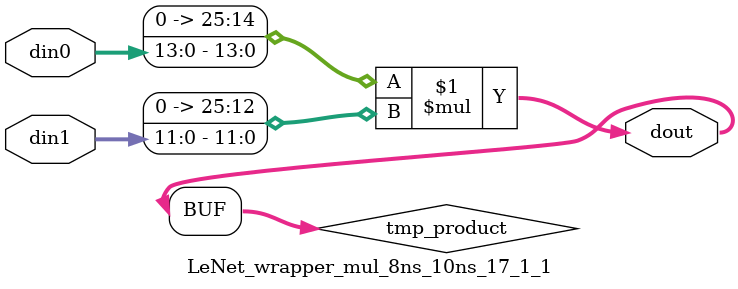
<source format=v>

`timescale 1 ns / 1 ps

  module LeNet_wrapper_mul_8ns_10ns_17_1_1(din0, din1, dout);
parameter ID = 1;
parameter NUM_STAGE = 0;
parameter din0_WIDTH = 14;
parameter din1_WIDTH = 12;
parameter dout_WIDTH = 26;

input [din0_WIDTH - 1 : 0] din0; 
input [din1_WIDTH - 1 : 0] din1; 
output [dout_WIDTH - 1 : 0] dout;

wire signed [dout_WIDTH - 1 : 0] tmp_product;










assign tmp_product = $signed({1'b0, din0}) * $signed({1'b0, din1});











assign dout = tmp_product;







endmodule

</source>
